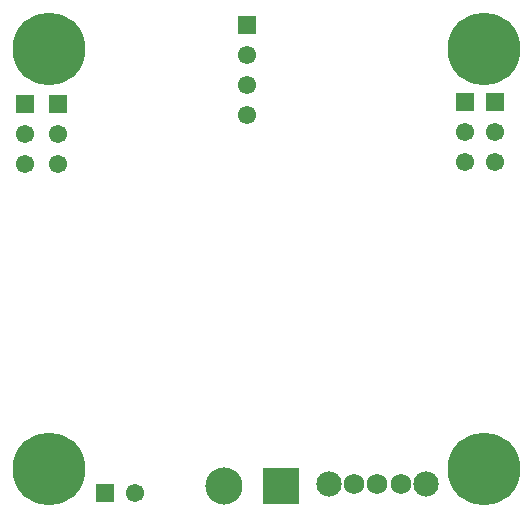
<source format=gbs>
G04 (created by PCBNEW (2013-07-07 BZR 4022)-stable) date 18/10/2014 20:02:36*
%MOIN*%
G04 Gerber Fmt 3.4, Leading zero omitted, Abs format*
%FSLAX34Y34*%
G01*
G70*
G90*
G04 APERTURE LIST*
%ADD10C,0.00590551*%
%ADD11R,0.124006X0.124006*%
%ADD12C,0.124006*%
%ADD13R,0.0610055X0.0610055*%
%ADD14C,0.0610055*%
%ADD15R,0.0609055X0.0609055*%
%ADD16C,0.0609055*%
%ADD17C,0.242106*%
%ADD18C,0.0688976*%
%ADD19C,0.0846457*%
G04 APERTURE END LIST*
G54D10*
G54D11*
X81496Y-55669D03*
G54D12*
X79606Y-55669D03*
G54D13*
X80393Y-40311D03*
G54D14*
X80393Y-41311D03*
X80393Y-42311D03*
X80393Y-43311D03*
G54D15*
X88661Y-42858D03*
G54D16*
X88661Y-43858D03*
X88661Y-44858D03*
G54D15*
X87637Y-42858D03*
G54D16*
X87637Y-43858D03*
X87637Y-44858D03*
G54D15*
X72992Y-42937D03*
G54D16*
X72992Y-43937D03*
X72992Y-44937D03*
G54D15*
X74094Y-42937D03*
G54D16*
X74094Y-43937D03*
X74094Y-44937D03*
G54D15*
X75641Y-55905D03*
G54D16*
X76641Y-55905D03*
G54D17*
X73779Y-41102D03*
X73779Y-55118D03*
X88267Y-41102D03*
X88267Y-55118D03*
G54D18*
X84724Y-55590D03*
X83937Y-55590D03*
X85511Y-55590D03*
G54D19*
X83110Y-55590D03*
X86338Y-55590D03*
M02*

</source>
